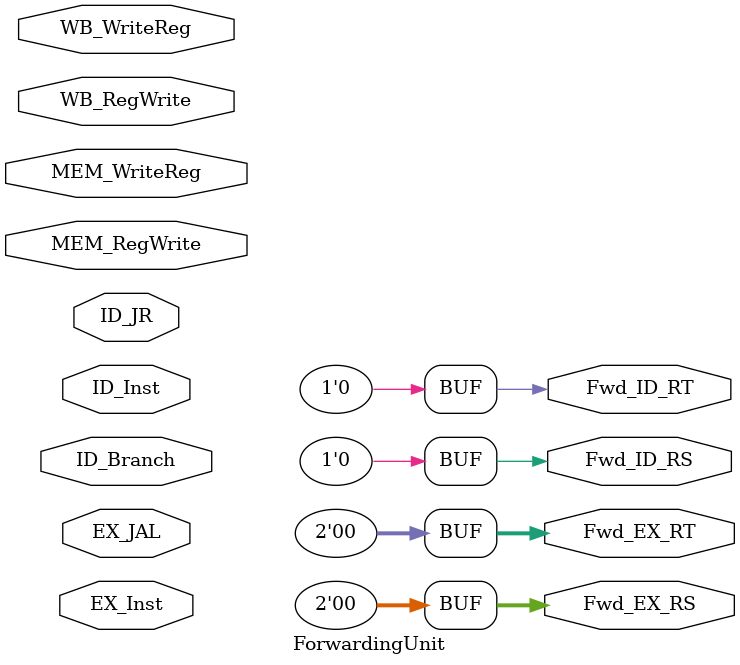
<source format=v>
`timescale 1 ns / 1 ps

module ForwardingUnit( 
	input wire [4:0] MEM_WriteReg, /* Index of destination register for instruction in MEM */
	input wire MEM_RegWrite,       /* Whether instruction in MEM actually update Regfile */
	input wire [4:0] WB_WriteReg,  /* Index of destination register for instruction in WB */
	input wire WB_RegWrite,		   /* Whether instruction in WB actually updates Regfile */
	input wire [25:16] ID_Inst,    /* rs, rt field of ID_Inst */
	input wire [25:16] EX_Inst,    /* rs, rt field of EX_Inst */
	input wire ID_Branch,			   /* is ID_Inst a branch instruction? */
	input wire ID_JR,				   /* is ID_Inst JR or JALR? */
	input wire EX_JAL,				   /* is EX_Inst JAL or JALR? */
	output wire [1:0] Fwd_EX_RS, /* forwarding signal to use in EX Stage */
	output wire [1:0] Fwd_EX_RT, /* forwarding signal to use in EX Stage */
	output wire Fwd_ID_RS, 	/* forwarding signal to use in ID Stage */
	output wire Fwd_ID_RT   /* forwarding signal to use in ID Stage */
	);
		
	// Insert your logic here.
	
	localparam NO_FORWARD = 2'b00;
	localparam JAL_ADDRESS_COMPUTE = 2'b01;
	localparam FORWARD_FROM_MEM = 2'b10;
	localparam FORWARD_FROM_WB = 2'b11;

	//// Check for RegWrite to a non-$zero register
	wire mem_write_nonzero_reg, wb_write_nonzero_reg;
	
	//// Check for dependence between MEM and EX ( set Fwd_EX_R* to FORWARD_FROM_MEM ) 
	wire ex_mem_rs_match;
	wire ex_mem_rt_match;
	//// Check for dependence between WB and EX ( set Fwd_EX_R* to FORWARD_FROM_WB ) 
	wire ex_wb_rs_match;
	wire ex_wb_rt_match;
	
	//// Check for dependence between MEM and ID ( set Fwd_ID_RS for branches, JR, JALR )
	wire id_mem_rs_match;
	//// Check for dependence between MEM and ID ( set Fwd_ID_RT for branches )
	wire id_mem_rt_match;
	
	assign Fwd_EX_RS = NO_FORWARD;

	assign Fwd_EX_RT = NO_FORWARD;
		
	assign Fwd_ID_RS = 1'b0;
	assign Fwd_ID_RT = 1'b0;
	
endmodule
</source>
